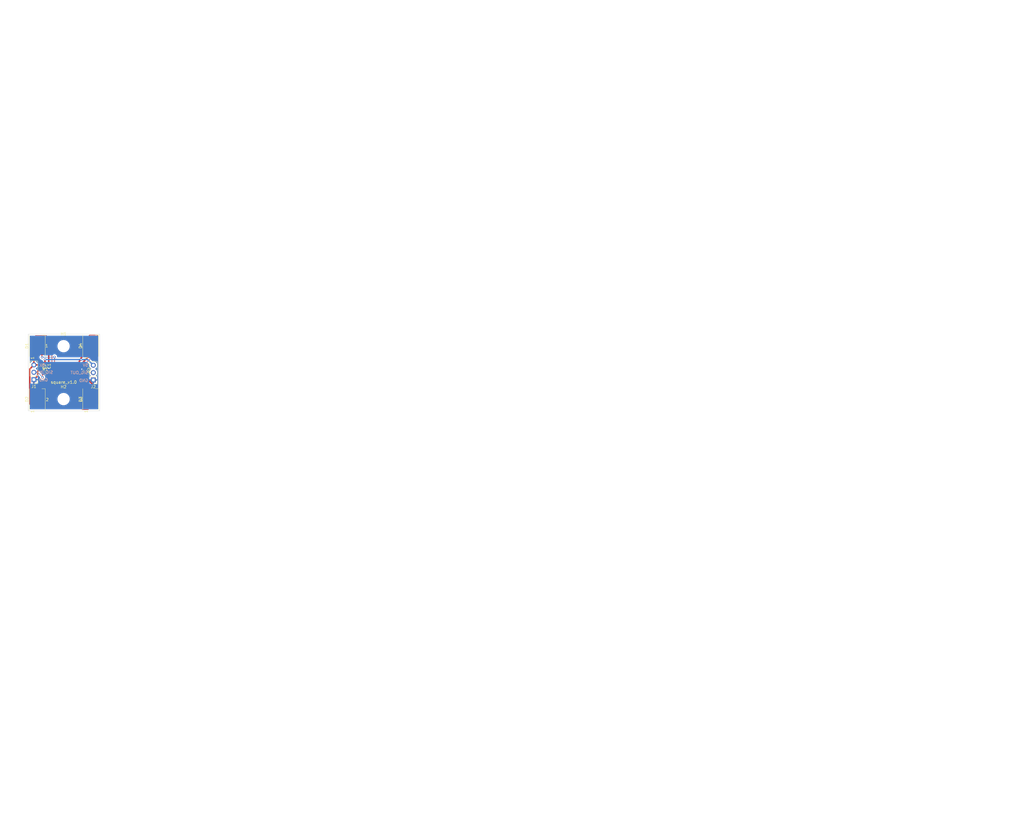
<source format=kicad_pcb>
(kicad_pcb (version 20211014) (generator pcbnew)
  (layers (0 "F.Cu" signal) (31 "B.Cu" signal) (34 "B.Paste" user) (35 "F.Paste" user) (36 "B.SilkS" user "B.Silkscreen") (37 "F.SilkS" user "F.Silkscreen") (38 "B.Mask" user) (39 "F.Mask" user) (44 "Edge.Cuts" user))
  (net 0 "")
  (net 1 "VCC")
  (net 2 "GND")
  (net 3 "Net-(D1-Pad2)")
  (net 4 "Net-(D1-Pad4)")
  (net 5 "Net-(D2-Pad2)")
  (net 6 "Net-(D3-Pad2)")
  (net 7 "Net-(D4-Pad2)")
  (net 8 "/SIG_IN")
  (net 9 "/SIG_OUT")
  (footprint "LED_SMD:LED_WS2812B_PLCC4_5.0x5.0mm_P3.2mm" (layer "F.Cu") (at 41.03 36.6 90)
    (fp_text reference "D1" (at 0 -3.5 90) (layer "F.SilkS"))
    (fp_text value "WS2812B")
    (fp_text user "1" (at -4.15 -1.6 90) (layer "F.SilkS"))
    (fp_line (start -3.65 -2.75) (end 3.65 -2.75) (layer "F.SilkS") (width 0.12))
    (fp_line (start 3.65 2.75) (end 3.65 1.6) (layer "F.SilkS") (width 0.12))
    (fp_line (start -3.65 2.75) (end 3.65 2.75) (layer "F.SilkS") (width 0.12))
    (pad "1" smd rect (at -2.45 -1.6 90) (size 1.5 1) (layers "F.Cu" "F.Paste" "F.Mask") (net 1 "VCC"))
    (pad "2" smd rect (at -2.45 1.6 90) (size 1.5 1) (layers "F.Cu" "F.Paste" "F.Mask") (net 3 "Net-(D1-Pad2)"))
    (pad "3" smd rect (at 2.45 1.6 90) (size 1.5 1) (layers "F.Cu" "F.Paste" "F.Mask") (net 2 "GND"))
    (pad "4" smd rect (at 2.45 -1.6 90) (size 1.5 1) (layers "F.Cu" "F.Paste" "F.Mask") (net 4 "Net-(D1-Pad4)"))
  )
  (footprint "Resistor_SMD:R_0603_1608Metric" (layer "F.Cu") (at 57.5 45.025 -90)
    (fp_text reference "R2" (at 0 -1.43 90) (layer "F.SilkS"))
    (fp_text value "33")
    (fp_line (start -0.237258 -0.5225) (end 0.237258 -0.5225) (layer "F.SilkS") (width 0.12))
    (fp_line (start -0.237258 0.5225) (end 0.237258 0.5225) (layer "F.SilkS") (width 0.12))
    (pad "1" smd roundrect (at -0.825 0 270) (size 0.8 0.95) (layers "F.Cu" "F.Paste" "F.Mask") (net 7 "Net-(D4-Pad2)"))
    (pad "2" smd roundrect (at 0.825 0 270) (size 0.8 0.95) (layers "F.Cu" "F.Paste" "F.Mask") (net 9 "/SIG_OUT"))
  )
  (footprint "LED_SMD:LED_WS2812B_PLCC4_5.0x5.0mm_P3.2mm" (layer "F.Cu") (at 41.04 54.98 90)
    (fp_text reference "D2" (at 0 -3.5 90) (layer "F.SilkS"))
    (fp_text value "WS2812B")
    (fp_text user "1" (at -4.15 -1.6 90) (layer "F.SilkS"))
    (fp_line (start 3.65 2.75) (end 3.65 1.6) (layer "F.SilkS") (width 0.12))
    (fp_line (start -3.65 2.75) (end 3.65 2.75) (layer "F.SilkS") (width 0.12))
    (fp_line (start -3.65 -2.75) (end 3.65 -2.75) (layer "F.SilkS") (width 0.12))
    (pad "1" smd rect (at -2.45 -1.6 90) (size 1.5 1) (layers "F.Cu" "F.Paste" "F.Mask") (net 1 "VCC"))
    (pad "2" smd rect (at -2.45 1.6 90) (size 1.5 1) (layers "F.Cu" "F.Paste" "F.Mask") (net 5 "Net-(D2-Pad2)"))
    (pad "3" smd rect (at 2.45 1.6 90) (size 1.5 1) (layers "F.Cu" "F.Paste" "F.Mask") (net 2 "GND"))
    (pad "4" smd rect (at 2.45 -1.6 90) (size 1.5 1) (layers "F.Cu" "F.Paste" "F.Mask") (net 3 "Net-(D1-Pad2)"))
  )
  (footprint "Connector_PinHeader_2.54mm:PinHeader_1x03_P2.54mm_Vertical" (layer "F.Cu") (at 60.3 48.325 180)
    (fp_text reference "J2" (at 0 -2.33) (layer "F.SilkS"))
    (fp_text value "Conn_01x03")
    (fp_line (start -1.33 1.27) (end 1.33 1.27) (layer "F.SilkS") (width 0.12))
    (fp_line (start -1.33 1.27) (end -1.33 6.41) (layer "F.SilkS") (width 0.12))
    (fp_line (start -1.33 0) (end -1.33 -1.33) (layer "F.SilkS") (width 0.12))
    (fp_line (start -1.33 -1.33) (end 0 -1.33) (layer "F.SilkS") (width 0.12))
    (fp_line (start -1.33 6.41) (end 1.33 6.41) (layer "F.SilkS") (width 0.12))
    (fp_line (start 1.33 1.27) (end 1.33 6.41) (layer "F.SilkS") (width 0.12))
    (pad "1" thru_hole rect (at 0 0 180) (size 1.7 1.7) (drill 1) (layers *.Cu *.Mask) (net 2 "GND"))
    (pad "2" thru_hole oval (at 0 2.54 180) (size 1.7 1.7) (drill 1) (layers *.Cu *.Mask) (net 9 "/SIG_OUT"))
    (pad "3" thru_hole oval (at 0 5.08 180) (size 1.7 1.7) (drill 1) (layers *.Cu *.Mask) (net 1 "VCC"))
  )
  (footprint "Capacitor_SMD:C_0603_1608Metric" (layer "F.Cu") (at 43.7 43.6 -90)
    (fp_text reference "C1" (at 0 -1.43 90) (layer "F.SilkS"))
    (fp_text value "10uF")
    (fp_line (start -0.14058 0.51) (end 0.14058 0.51) (layer "F.SilkS") (width 0.12))
    (fp_line (start -0.14058 -0.51) (end 0.14058 -0.51) (layer "F.SilkS") (width 0.12))
    (pad "1" smd roundrect (at -0.775 0 270) (size 0.9 0.95) (layers "F.Cu" "F.Paste" "F.Mask") (net 1 "VCC"))
    (pad "2" smd roundrect (at 0.775 0 270) (size 0.9 0.95) (layers "F.Cu" "F.Paste" "F.Mask") (net 2 "GND"))
  )
  (footprint "Resistor_SMD:R_0603_1608Metric" (layer "F.Cu") (at 43.8 46.1)
    (fp_text reference "R1" (at 0 -1.43) (layer "F.SilkS"))
    (fp_text value "33")
    (fp_line (start -0.237258 -0.5225) (end 0.237258 -0.5225) (layer "F.SilkS") (width 0.12))
    (fp_line (start -0.237258 0.5225) (end 0.237258 0.5225) (layer "F.SilkS") (width 0.12))
    (pad "1" smd roundrect (at -0.825 0) (size 0.8 0.95) (layers "F.Cu" "F.Paste" "F.Mask") (net 8 "/SIG_IN"))
    (pad "2" smd roundrect (at 0.825 0) (size 0.8 0.95) (layers "F.Cu" "F.Paste" "F.Mask") (net 4 "Net-(D1-Pad4)"))
  )
  (footprint "MountingHole:MountingHole_3.2mm_M3" (layer "F.Cu") (at 50.1 36.7)
    (fp_text reference "H1" (at 0 -4.2) (layer "F.SilkS"))
    (fp_text value "MountingHole")
    (pad "" np_thru_hole circle (at 0 0) (size 3.2 3.2) (drill 3.2) (layers *.Cu *.Mask))
  )
  (footprint "MountingHole:MountingHole_3.2mm_M3" (layer "F.Cu") (at 50.1 54.884117)
    (fp_text reference "H2" (at 0 -4.2) (layer "F.SilkS"))
    (fp_text value "MountingHole")
    (pad "" np_thru_hole circle (at 0 0) (size 3.2 3.2) (drill 3.2) (layers *.Cu *.Mask))
  )
  (footprint "LED_SMD:LED_WS2812B_PLCC4_5.0x5.0mm_P3.2mm" (layer "F.Cu") (at 59.43 54.96 90)
    (fp_text reference "D3" (at 0 -3.5 90) (layer "F.SilkS"))
    (fp_text value "WS2812B")
    (fp_text user "1" (at -4.15 -1.6 90) (layer "F.SilkS"))
    (fp_line (start 3.65 2.75) (end 3.65 1.6) (layer "F.SilkS") (width 0.12))
    (fp_line (start -3.65 -2.75) (end 3.65 -2.75) (layer "F.SilkS") (width 0.12))
    (fp_line (start -3.65 2.75) (end 3.65 2.75) (layer "F.SilkS") (width 0.12))
    (pad "1" smd rect (at -2.45 -1.6 90) (size 1.5 1) (layers "F.Cu" "F.Paste" "F.Mask") (net 1 "VCC"))
    (pad "2" smd rect (at -2.45 1.6 90) (size 1.5 1) (layers "F.Cu" "F.Paste" "F.Mask") (net 6 "Net-(D3-Pad2)"))
    (pad "3" smd rect (at 2.45 1.6 90) (size 1.5 1) (layers "F.Cu" "F.Paste" "F.Mask") (net 2 "GND"))
    (pad "4" smd rect (at 2.45 -1.6 90) (size 1.5 1) (layers "F.Cu" "F.Paste" "F.Mask") (net 5 "Net-(D2-Pad2)"))
  )
  (footprint "Capacitor_SMD:C_0402_1005Metric" (layer "F.Cu") (at 42.3 43.7 -90)
    (fp_text reference "C2" (at 0 -1.16 90) (layer "F.SilkS"))
    (fp_text value "100nF")
    (fp_line (start -0.107836 0.36) (end 0.107836 0.36) (layer "F.SilkS") (width 0.12))
    (fp_line (start -0.107836 -0.36) (end 0.107836 -0.36) (layer "F.SilkS") (width 0.12))
    (pad "1" smd roundrect (at -0.48 0 270) (size 0.56 0.62) (layers "F.Cu" "F.Paste" "F.Mask") (net 1 "VCC"))
    (pad "2" smd roundrect (at 0.48 0 270) (size 0.56 0.62) (layers "F.Cu" "F.Paste" "F.Mask") (net 2 "GND"))
  )
  (footprint "LED_SMD:LED_WS2812B_PLCC4_5.0x5.0mm_P3.2mm" (layer "F.Cu") (at 59.42 36.57 90)
    (fp_text reference "D4" (at 0 -3.5 90) (layer "F.SilkS"))
    (fp_text value "WS2812B")
    (fp_text user "1" (at -4.15 -1.6 90) (layer "F.SilkS"))
    (fp_line (start -3.65 2.75) (end 3.65 2.75) (layer "F.SilkS") (width 0.12))
    (fp_line (start -3.65 -2.75) (end 3.65 -2.75) (layer "F.SilkS") (width 0.12))
    (fp_line (start 3.65 2.75) (end 3.65 1.6) (layer "F.SilkS") (width 0.12))
    (pad "1" smd rect (at -2.45 -1.6 90) (size 1.5 1) (layers "F.Cu" "F.Paste" "F.Mask") (net 1 "VCC"))
    (pad "2" smd rect (at -2.45 1.6 90) (size 1.5 1) (layers "F.Cu" "F.Paste" "F.Mask") (net 7 "Net-(D4-Pad2)"))
    (pad "3" smd rect (at 2.45 1.6 90) (size 1.5 1) (layers "F.Cu" "F.Paste" "F.Mask") (net 2 "GND"))
    (pad "4" smd rect (at 2.45 -1.6 90) (size 1.5 1) (layers "F.Cu" "F.Paste" "F.Mask") (net 6 "Net-(D3-Pad2)"))
  )
  (footprint "Connector_PinHeader_2.54mm:PinHeader_1x03_P2.54mm_Vertical" (layer "F.Cu") (at 39.9 48.215 180)
    (fp_text reference "J1" (at 0 -2.33) (layer "F.SilkS"))
    (fp_text value "Conn_01x03")
    (fp_line (start -1.33 1.27) (end -1.33 6.41) (layer "F.SilkS") (width 0.12))
    (fp_line (start -1.33 0) (end -1.33 -1.33) (layer "F.SilkS") (width 0.12))
    (fp_line (start 1.33 1.27) (end 1.33 6.41) (layer "F.SilkS") (width 0.12))
    (fp_line (start -1.33 6.41) (end 1.33 6.41) (layer "F.SilkS") (width 0.12))
    (fp_line (start -1.33 1.27) (end 1.33 1.27) (layer "F.SilkS") (width 0.12))
    (fp_line (start -1.33 -1.33) (end 0 -1.33) (layer "F.SilkS") (width 0.12))
    (pad "1" thru_hole rect (at 0 0 180) (size 1.7 1.7) (drill 1) (layers *.Cu *.Mask) (net 2 "GND"))
    (pad "2" thru_hole oval (at 0 2.54 180) (size 1.7 1.7) (drill 1) (layers *.Cu *.Mask) (net 8 "/SIG_IN"))
    (pad "3" thru_hole oval (at 0 5.08 180) (size 1.7 1.7) (drill 1) (layers *.Cu *.Mask) (net 1 "VCC"))
  )
  (gr_line (start 38 58.9) (end 38 32.6) (layer "Edge.Cuts") (width 0.1))
  (gr_line (start 62.5 58.9) (end 38 58.9) (layer "Edge.Cuts") (width 0.1))
  (gr_line (start 38 32.6) (end 62.5 32.6) (layer "Edge.Cuts") (width 0.1))
  (gr_line (start 62.5 32.6) (end 62.5 58.9) (layer "Edge.Cuts") (width 0.1))
  (gr_text "SIG_OUT" (at 55.5 45.8) (layer "B.SilkS") (effects (font (size 1 1)) (justify mirror)))
  (gr_text "SIG_IN" (at 44.1 45.7) (layer "B.SilkS") (effects (font (size 1 1)) (justify mirror)))
  (gr_text "GND" (at 43.2 48.3) (layer "B.SilkS") (effects (font (size 1 1)) (justify mirror)))
  (gr_text "5V" (at 42.8 43.2) (layer "B.SilkS") (effects (font (size 1 1)) (justify mirror)))
  (gr_text "5V" (at 57.6 43.2) (layer "B.SilkS") (effects (font (size 1 1)) (justify mirror)))
  (gr_text "GND" (at 57 48.5) (layer "B.SilkS") (effects (font (size 1 1)) (justify mirror)))
  (gr_text "4" (at 56 36.6) (layer "F.SilkS") (effects (font (size 1 1))))
  (gr_text "1" (at 44.3 36.6) (layer "F.SilkS") (effects (font (size 1 1))))
  (gr_text "2" (at 44.5 55.1) (layer "F.SilkS") (effects (font (size 1 1))))
  (gr_text "3" (at 56.1 55.1) (layer "F.SilkS") (effects (font (size 1 1))))
  (gr_text "square_v1.0" (at 50.162971 49.087734) (layer "F.SilkS") (effects (font (size 1 1))))
  (segment (start 39.9 43.135) (end 42.215 43.135) (width 0.5) (layer "F.Cu") (net 1))
  (segment (start 56.1 40.74) (end 57.82 39.02) (width 0.5) (layer "F.Cu") (net 1))
  (segment (start 56.1 41.3) (end 56.1 40.74) (width 0.5) (layer "F.Cu") (net 1))
  (segment (start 43.7 42.825) (end 43.7 41.3) (width 0.5) (layer "F.Cu") (net 1))
  (segment (start 55.5 55.08) (end 57.83 57.41) (width 0.5) (layer "F.Cu") (net 1))
  (segment (start 42.215 43.135) (end 42.3 43.22) (width 0.5) (layer "F.Cu") (net 1))
  (segment (start 39.9 43.135) (end 39.9 39.52) (width 0.5) (layer "F.Cu") (net 1))
  (segment (start 42.3 43.22) (end 43.305 43.22) (width 0.5) (layer "F.Cu") (net 1))
  (segment (start 56.1 41.3) (end 55.5 41.9) (width 0.5) (layer "F.Cu") (net 1))
  (segment (start 38.490489 56.480489) (end 39.44 57.43) (width 0.5) (layer "F.Cu") (net 1))
  (segment (start 43.305 43.22) (end 43.7 42.825) (width 0.5) (layer "F.Cu") (net 1))
  (segment (start 39.9 39.52) (end 39.43 39.05) (width 0.5) (layer "F.Cu") (net 1))
  (segment (start 39.9 43.135) (end 38.490489 44.544511) (width 0.5) (layer "F.Cu") (net 1))
  (segment (start 43.7 42.825) (end 43.205 42.825) (width 0.5) (layer "F.Cu") (net 1))
  (segment (start 38.490489 44.544511) (end 38.490489 56.480489) (width 0.5) (layer "F.Cu") (net 1))
  (segment (start 55.5 41.9) (end 55.5 55.08) (width 0.5) (layer "F.Cu") (net 1))
  (via (at 43.7 41.3) (size 0.8) (drill 0.4) (layers "F.Cu" "B.Cu") (net 1))
  (via (at 56.1 41.3) (size 0.8) (drill 0.4) (layers "F.Cu" "B.Cu") (net 1))
  (segment (start 43.7 41.3) (end 56.1 41.3) (width 0.5) (layer "B.Cu") (net 1))
  (segment (start 58.355 41.3) (end 60.3 43.245) (width 0.5) (layer "B.Cu") (net 1))
  (segment (start 56.1 41.3) (end 58.355 41.3) (width 0.5) (layer "B.Cu") (net 1))
  (segment (start 45 44.3) (end 45 36.52) (width 0.5) (layer "F.Cu") (net 2))
  (segment (start 60.070489 35.069511) (end 60.070489 38.918533) (width 0.5) (layer "F.Cu") (net 2))
  (segment (start 56.3 46.043559) (end 56.3 44.6495) (width 0.5) (layer "F.Cu") (net 2))
  (segment (start 58.581441 48.325) (end 60.3 48.325) (width 0.5) (layer "F.Cu") (net 2))
  (segment (start 56.3 46.043559) (end 58.581441 48.325) (width 0.5) (layer "F.Cu") (net 2))
  (segment (start 43.7 44.375) (end 44.925 44.375) (width 0.5) (layer "F.Cu") (net 2))
  (segment (start 42.3 44.18) (end 43.505 44.18) (width 0.5) (layer "F.Cu") (net 2))
  (segment (start 56.3 44.6495) (end 56.3495 44.6) (width 0.5) (layer "F.Cu") (net 2))
  (segment (start 45 36.52) (end 42.63 34.15) (width 0.5) (layer "F.Cu") (net 2))
  (segment (start 41.199511 45.280489) (end 42.3 44.18) (width 0.5) (layer "F.Cu") (net 2))
  (segment (start 43.505 44.18) (end 43.7 44.375) (width 0.5) (layer "F.Cu") (net 2))
  (segment (start 41.199511 46.915489) (end 41.199511 45.280489) (width 0.5) (layer "F.Cu") (net 2))
  (segment (start 56.3 46.043559) (end 61.03 50.773559) (width 0.5) (layer "F.Cu") (net 2))
  (segment (start 56.3495 42.639522) (end 56.3495 44.6) (width 0.5) (layer "F.Cu") (net 2))
  (segment (start 39.9 48.215) (end 39.9 49.79) (width 0.5) (layer "F.Cu") (net 2))
  (segment (start 61.02 34.12) (end 60.070489 35.069511) (width 0.5) (layer "F.Cu") (net 2))
  (segment (start 39.9 49.79) (end 42.64 52.53) (width 0.5) (layer "F.Cu") (net 2))
  (segment (start 44.925 44.375) (end 45 44.3) (width 0.5) (layer "F.Cu") (net 2))
  (segment (start 60.070489 38.918533) (end 56.3495 42.639522) (width 0.5) (layer "F.Cu") (net 2))
  (segment (start 61.03 50.773559) (end 61.03 52.51) (width 0.5) (layer "F.Cu") (net 2))
  (segment (start 39.9 48.215) (end 41.199511 46.915489) (width 0.5) (layer "F.Cu") (net 2))
  (via (at 45 44.3) (size 0.8) (drill 0.4) (layers "F.Cu" "B.Cu") (net 2))
  (via (at 56.3495 44.6) (size 0.8) (drill 0.4) (layers "F.Cu" "B.Cu") (net 2))
  (segment (start 45 44.3) (end 45.3 44.6) (width 0.5) (layer "B.Cu") (net 2))
  (segment (start 45.3 44.6) (end 56.3495 44.6) (width 0.5) (layer "B.Cu") (net 2))
  (segment (start 42.63 40.43) (end 42.7 40.5) (width 0.2) (layer "F.Cu") (net 3))
  (segment (start 47 50.019022) (end 43.439511 53.579511) (width 0.2) (layer "F.Cu") (net 3))
  (segment (start 42.63 39.05) (end 42.63 40.43) (width 0.2) (layer "F.Cu") (net 3))
  (segment (start 47 40.4) (end 47 50.019022) (width 0.2) (layer "F.Cu") (net 3))
  (segment (start 43.439511 53.579511) (end 40.489511 53.579511) (width 0.2) (layer "F.Cu") (net 3))
  (segment (start 40.489511 53.579511) (end 39.44 52.53) (width 0.2) (layer "F.Cu") (net 3))
  (via (at 42.7 40.5) (size 0.8) (drill 0.4) (layers "F.Cu" "B.Cu") (net 3))
  (via (at 47 40.4) (size 0.8) (drill 0.4) (layers "F.Cu" "B.Cu") (net 3))
  (segment (start 42.7 40.5) (end 46.9 40.5) (width 0.2) (layer "B.Cu") (net 3))
  (segment (start 46.9 40.5) (end 47 40.4) (width 0.2) (layer "B.Cu") (net 3))
  (segment (start 40.479511 33.100489) (end 39.43 34.15) (width 0.2) (layer "F.Cu") (net 4))
  (segment (start 45.174031 45.550969) (end 45.174031 45.525969) (width 0.2) (layer "F.Cu") (net 4))
  (segment (start 46.1 44.6) (end 46.1 35) (width 0.2) (layer "F.Cu") (net 4))
  (segment (start 44.200489 33.100489) (end 40.479511 33.100489) (width 0.2) (layer "F.Cu") (net 4))
  (segment (start 46.1 35) (end 44.200489 33.100489) (width 0.2) (layer "F.Cu") (net 4))
  (segment (start 44.625 46.1) (end 45.174031 45.550969) (width 0.2) (layer "F.Cu") (net 4))
  (segment (start 45.174031 45.525969) (end 46.1 44.6) (width 0.2) (layer "F.Cu") (net 4))
  (segment (start 58.540489 58.459511) (end 58.9 58.1) (width 0.2) (layer "F.Cu") (net 5))
  (segment (start 58.9 53.58) (end 57.83 52.51) (width 0.2) (layer "F.Cu") (net 5))
  (segment (start 56.559511 58.459511) (end 58.540489 58.459511) (width 0.2) (layer "F.Cu") (net 5))
  (segment (start 58.9 58.1) (end 58.9 53.58) (width 0.2) (layer "F.Cu") (net 5))
  (segment (start 42.64 57.43) (end 55.53 57.43) (width 0.2) (layer "F.Cu") (net 5))
  (segment (start 55.53 57.43) (end 56.559511 58.459511) (width 0.2) (layer "F.Cu") (net 5))
  (segment (start 61.03 57.41) (end 61.829511 56.610489) (width 0.2) (layer "F.Cu") (net 6))
  (segment (start 59.04 32.9) (end 57.82 34.12) (width 0.2) (layer "F.Cu") (net 6))
  (segment (start 61.829511 56.610489) (end 61.829511 33.080489) (width 0.2) (layer "F.Cu") (net 6))
  (segment (start 61.829511 33.080489) (end 61.649022 32.9) (width 0.2) (layer "F.Cu") (net 6))
  (segment (start 61.649022 32.9) (end 59.04 32.9) (width 0.2) (layer "F.Cu") (net 6))
  (segment (start 61.02 39.02) (end 61.02 39.27) (width 0.2) (layer "F.Cu") (net 7))
  (segment (start 57.5 42.79) (end 57.5 44.2) (width 0.2) (layer "F.Cu") (net 7))
  (segment (start 61.02 39.27) (end 57.5 42.79) (width 0.2) (layer "F.Cu") (net 7))
  (segment (start 42.9 47.4) (end 42.9 46.175) (width 0.2) (layer "F.Cu") (net 8))
  (segment (start 42.9 46.175) (end 42.975 46.1) (width 0.2) (layer "F.Cu") (net 8))
  (via (at 42.9 47.4) (size 0.8) (drill 0.4) (layers "F.Cu" "B.Cu") (net 8))
  (segment (start 39.9 45.675) (end 41.175 45.675) (width 0.2) (layer "B.Cu") (net 8))
  (segment (start 41.175 45.675) (end 42.9 47.4) (width 0.2) (layer "B.Cu") (net 8))
  (segment (start 57.5 45.85) (end 57.565 45.785) (width 0.2) (layer "F.Cu") (net 9))
  (segment (start 57.565 45.785) (end 60.3 45.785) (width 0.2) (layer "F.Cu") (net 9))
  (zone (net 2) (net_name "GND") (layer "B.Cu") (connect_pads (clearance 0.508)) (min_thickness 0.254) (fill yes (thermal_gap 0.508) (thermal_bridge_width 0.508) (smoothing fillet) (radius 0.5))
    (polygon (pts (xy 62.5 58.9) (xy 38 58.9) (xy 38 32.6) (xy 62.5 32.6)))
  )
)
</source>
